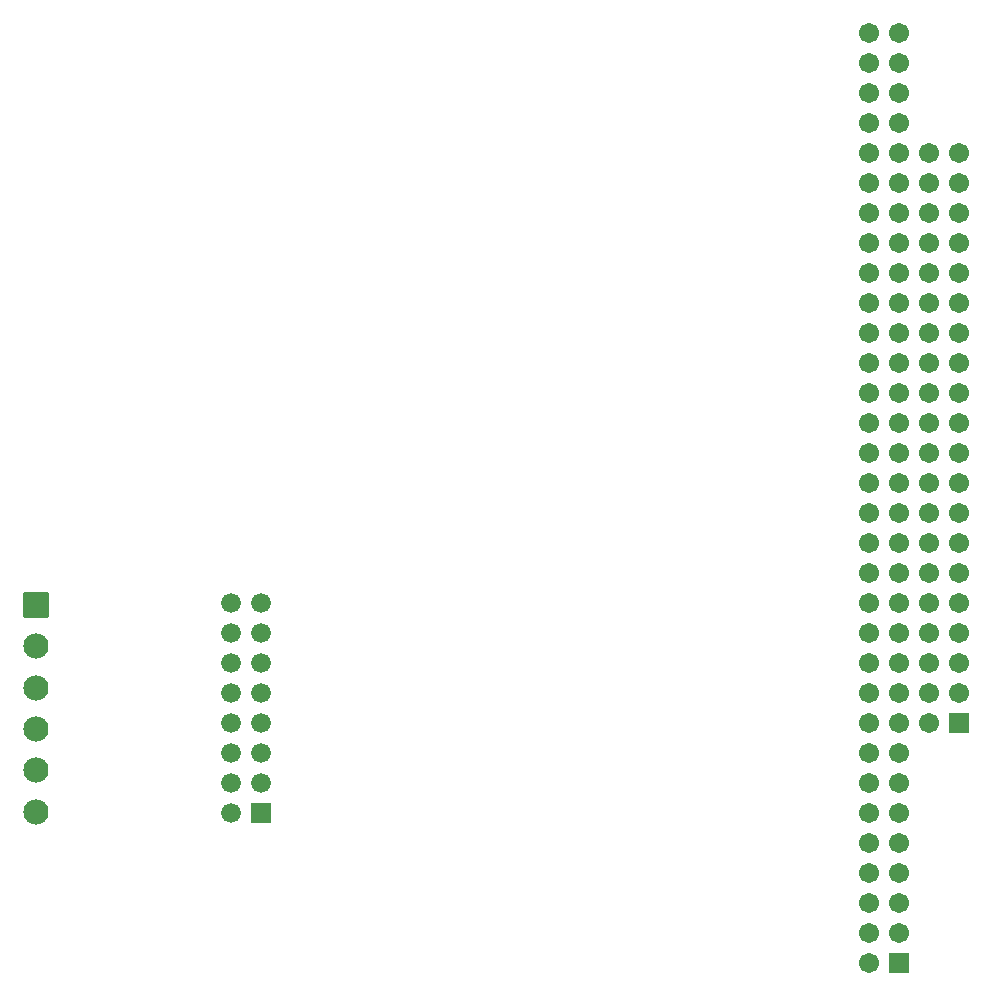
<source format=gbs>
G04 Layer: BottomSolderMaskLayer*
G04 EasyEDA v6.5.40, 2024-06-11 05:07:01*
G04 a67cddfb3fce44daa9051d46cbbcc19f,10*
G04 Gerber Generator version 0.2*
G04 Scale: 100 percent, Rotated: No, Reflected: No *
G04 Dimensions in millimeters *
G04 leading zeros omitted , absolute positions ,4 integer and 5 decimal *
%FSLAX45Y45*%
%MOMM*%

%AMMACRO1*1,1,$1,$2,$3*1,1,$1,$4,$5*1,1,$1,0-$2,0-$3*1,1,$1,0-$4,0-$5*20,1,$1,$2,$3,$4,$5,0*20,1,$1,$4,$5,0-$2,0-$3,0*20,1,$1,0-$2,0-$3,0-$4,0-$5,0*20,1,$1,0-$4,0-$5,$2,$3,0*4,1,4,$2,$3,$4,$5,0-$2,0-$3,0-$4,0-$5,$2,$3,0*%
%ADD10MACRO1,0.1016X1.016X1.016X1.016X-1.016*%
%ADD11C,2.1336*%
%ADD12R,1.7032X1.7032*%
%ADD13C,1.7032*%
%ADD14C,1.6764*%
%ADD15R,1.6764X1.6764*%

%LPD*%
D10*
G01*
X1269997Y3669024D03*
D11*
G01*
X1270000Y3318510D03*
G01*
X1270000Y2967989D03*
G01*
X1270000Y2620010D03*
G01*
X1270000Y2269489D03*
G01*
X1270000Y1918970D03*
D12*
G01*
X8572500Y635000D03*
D13*
G01*
X8318500Y635000D03*
G01*
X8572500Y889000D03*
G01*
X8318500Y889000D03*
G01*
X8572500Y1143000D03*
G01*
X8318500Y1143000D03*
G01*
X8572500Y1397000D03*
G01*
X8318500Y1397000D03*
G01*
X8572500Y1651000D03*
G01*
X8318500Y1651000D03*
G01*
X8572500Y1905000D03*
G01*
X8318500Y1905000D03*
G01*
X8572500Y2159000D03*
G01*
X8318500Y2159000D03*
G01*
X8572500Y2413000D03*
G01*
X8318500Y2413000D03*
G01*
X8572500Y2667000D03*
G01*
X8318500Y2667000D03*
G01*
X8572500Y2921000D03*
G01*
X8318500Y2921000D03*
G01*
X8572500Y3175000D03*
G01*
X8318500Y3175000D03*
G01*
X8572500Y3429000D03*
G01*
X8318500Y3429000D03*
G01*
X8572500Y3683000D03*
G01*
X8318500Y3683000D03*
G01*
X8572500Y3937000D03*
G01*
X8318500Y3937000D03*
G01*
X8572500Y4191000D03*
G01*
X8318500Y4191000D03*
G01*
X8572500Y4445000D03*
G01*
X8318500Y4445000D03*
G01*
X8572500Y4699000D03*
G01*
X8318500Y4699000D03*
G01*
X8572500Y4953000D03*
G01*
X8318500Y4953000D03*
G01*
X8572500Y5207000D03*
G01*
X8318500Y5207000D03*
G01*
X8572500Y5461000D03*
G01*
X8318500Y5461000D03*
G01*
X8572500Y5715000D03*
G01*
X8318500Y5715000D03*
G01*
X8572500Y5969000D03*
G01*
X8318500Y5969000D03*
G01*
X8572500Y6223000D03*
G01*
X8318500Y6223000D03*
G01*
X8572500Y6477000D03*
G01*
X8318500Y6477000D03*
G01*
X8572500Y6731000D03*
G01*
X8318500Y6731000D03*
G01*
X8572500Y6985000D03*
G01*
X8318500Y6985000D03*
G01*
X8572500Y7239000D03*
G01*
X8318500Y7239000D03*
G01*
X8572500Y7493000D03*
G01*
X8318500Y7493000D03*
G01*
X8572500Y7747000D03*
G01*
X8318500Y7747000D03*
G01*
X8572500Y8001000D03*
G01*
X8318500Y8001000D03*
G01*
X8572500Y8255000D03*
G01*
X8318500Y8255000D03*
G01*
X8826500Y7493000D03*
G01*
X9080500Y7239000D03*
G01*
X8826500Y6985000D03*
G01*
X9080500Y6985000D03*
G01*
X8826500Y6731000D03*
G01*
X9080500Y6731000D03*
G01*
X8826500Y6477000D03*
G01*
X9080500Y6477000D03*
G01*
X8826500Y6223000D03*
G01*
X9080500Y6223000D03*
G01*
X8826500Y5969000D03*
G01*
X9080500Y5969000D03*
G01*
X8826500Y5715000D03*
G01*
X9080500Y5715000D03*
G01*
X8826500Y5461000D03*
G01*
X9080500Y5461000D03*
G01*
X8826500Y5207000D03*
G01*
X9080500Y5207000D03*
G01*
X8826500Y4953000D03*
G01*
X9080500Y4953000D03*
G01*
X8826500Y4699000D03*
G01*
X9080500Y4699000D03*
G01*
X8826500Y4445000D03*
G01*
X9080500Y4445000D03*
G01*
X8826500Y4191000D03*
G01*
X9080500Y4191000D03*
G01*
X8826500Y3937000D03*
G01*
X9080500Y3937000D03*
G01*
X8826500Y3683000D03*
G01*
X9080500Y3683000D03*
G01*
X8826500Y3429000D03*
G01*
X9080500Y3429000D03*
G01*
X8826500Y3175000D03*
G01*
X9080500Y3175000D03*
G01*
X8826500Y2921000D03*
G01*
X9080500Y2921000D03*
G01*
X8826500Y2667000D03*
D12*
G01*
X9080500Y2667000D03*
D13*
G01*
X8318500Y8509000D03*
G01*
X8572500Y8509000D03*
G01*
X9080500Y7493000D03*
G01*
X8826500Y7239000D03*
D14*
G01*
X2921000Y3683000D03*
G01*
X3175000Y3683000D03*
G01*
X2921000Y3429000D03*
G01*
X3175000Y3429000D03*
G01*
X2921000Y3175000D03*
G01*
X3175000Y3175000D03*
G01*
X2921000Y2921000D03*
G01*
X3175000Y2921000D03*
G01*
X2921000Y2667000D03*
G01*
X3175000Y2667000D03*
G01*
X2921000Y2413000D03*
G01*
X3175000Y2413000D03*
G01*
X2921000Y2159000D03*
G01*
X3175000Y2159000D03*
G01*
X2921000Y1905000D03*
D15*
G01*
X3175000Y1905000D03*
M02*

</source>
